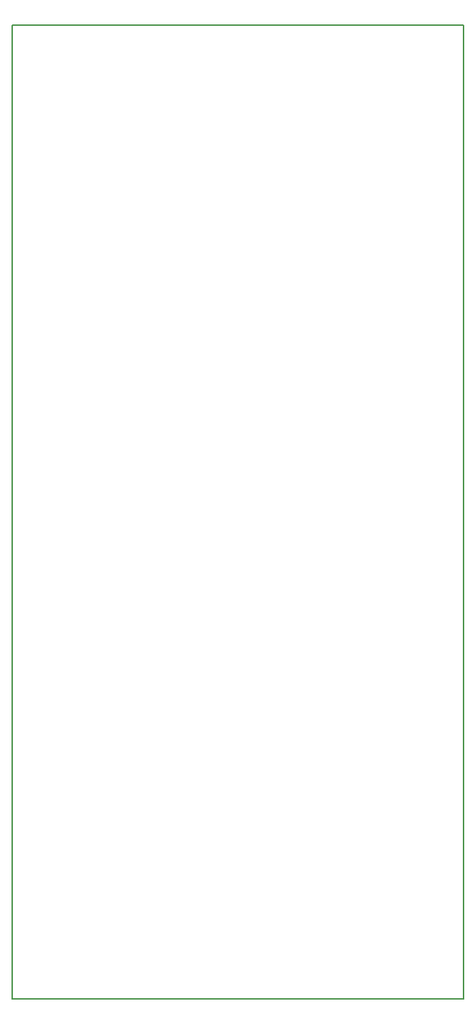
<source format=gbr>
%FSLAX34Y34*%
G04 Gerber Fmt 3.4, Leading zero omitted, Abs format*
G04 (created by PCBNEW (2014-02-03 BZR 4657)-product) date Wed 05 Mar 2014 09:49:04 PM CST*
%MOIN*%
G01*
G70*
G90*
G04 APERTURE LIST*
%ADD10C,0.006000*%
%ADD11C,0.005000*%
G04 APERTURE END LIST*
G54D10*
G54D11*
X29000Y-58000D02*
X29000Y-49000D01*
X50000Y-49000D02*
X50000Y-58000D01*
X29000Y-67000D02*
X39500Y-67000D01*
X29000Y-67000D02*
X29000Y-58000D01*
X50000Y-58000D02*
X50000Y-67000D01*
X39500Y-67000D02*
X50000Y-67000D01*
X50000Y-40000D02*
X50000Y-49000D01*
X29000Y-49000D02*
X29000Y-40000D01*
X29000Y-21750D02*
X29000Y-40000D01*
X50000Y-21750D02*
X29000Y-21750D01*
X50000Y-40000D02*
X50000Y-21750D01*
M02*

</source>
